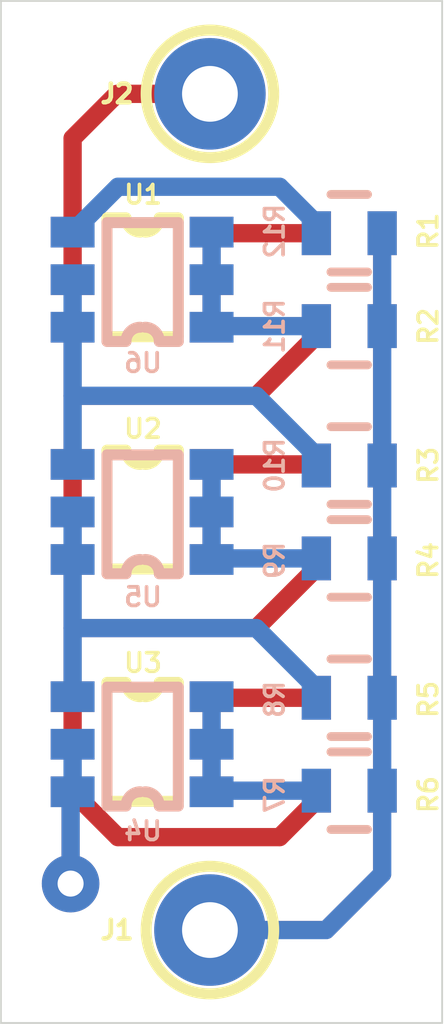
<source format=kicad_pcb>
(kicad_pcb (version 20171130) (host pcbnew "(5.1.5)-3")

  (general
    (thickness 1.6)
    (drawings 4)
    (tracks 81)
    (zones 0)
    (modules 21)
    (nets 15)
  )

  (page A4)
  (layers
    (0 F.Cu signal)
    (31 B.Cu signal)
    (32 B.Adhes user)
    (33 F.Adhes user)
    (34 B.Paste user)
    (35 F.Paste user)
    (36 B.SilkS user)
    (37 F.SilkS user)
    (38 B.Mask user)
    (39 F.Mask user)
    (40 Dwgs.User user)
    (41 Cmts.User user)
    (42 Eco1.User user)
    (43 Eco2.User user)
    (44 Edge.Cuts user)
    (45 Margin user)
    (46 B.CrtYd user)
    (47 F.CrtYd user)
    (48 B.Fab user)
    (49 F.Fab user)
  )

  (setup
    (last_trace_width 0.25)
    (trace_clearance 0.2)
    (zone_clearance 0.508)
    (zone_45_only no)
    (trace_min 0.2)
    (via_size 0.6)
    (via_drill 0.4)
    (via_min_size 0.4)
    (via_min_drill 0.3)
    (uvia_size 0.3)
    (uvia_drill 0.1)
    (uvias_allowed no)
    (uvia_min_size 0.2)
    (uvia_min_drill 0.1)
    (edge_width 0.0254)
    (segment_width 0.2)
    (pcb_text_width 0.3)
    (pcb_text_size 1.5 1.5)
    (mod_edge_width 0.15)
    (mod_text_size 1 1)
    (mod_text_width 0.15)
    (pad_size 0.7874 0.7874)
    (pad_drill 0.3556)
    (pad_to_mask_clearance 0.2)
    (aux_axis_origin 0 0)
    (visible_elements 7FFFFF7F)
    (pcbplotparams
      (layerselection 0x010f0_ffffffff)
      (usegerberextensions false)
      (usegerberattributes false)
      (usegerberadvancedattributes false)
      (creategerberjobfile false)
      (excludeedgelayer true)
      (linewidth 0.100000)
      (plotframeref false)
      (viasonmask false)
      (mode 1)
      (useauxorigin false)
      (hpglpennumber 1)
      (hpglpenspeed 20)
      (hpglpendiameter 15.000000)
      (psnegative false)
      (psa4output false)
      (plotreference true)
      (plotvalue true)
      (plotinvisibletext false)
      (padsonsilk false)
      (subtractmaskfromsilk false)
      (outputformat 1)
      (mirror false)
      (drillshape 0)
      (scaleselection 1)
      (outputdirectory "gerbers"))
  )

  (net 0 "")
  (net 1 "Net-(J1-Pad1)")
  (net 2 "Net-(J2-Pad1)")
  (net 3 "Net-(R1-Pad2)")
  (net 4 "Net-(R2-Pad2)")
  (net 5 "Net-(R3-Pad2)")
  (net 6 "Net-(R4-Pad2)")
  (net 7 "Net-(R5-Pad2)")
  (net 8 "Net-(R6-Pad2)")
  (net 9 "Net-(R7-Pad2)")
  (net 10 "Net-(R8-Pad2)")
  (net 11 "Net-(R9-Pad2)")
  (net 12 "Net-(R10-Pad2)")
  (net 13 "Net-(R11-Pad2)")
  (net 14 "Net-(R12-Pad2)")

  (net_class Default "This is the default net class."
    (clearance 0.2)
    (trace_width 0.25)
    (via_dia 0.6)
    (via_drill 0.4)
    (uvia_dia 0.3)
    (uvia_drill 0.1)
    (add_net "Net-(J1-Pad1)")
    (add_net "Net-(J2-Pad1)")
    (add_net "Net-(R1-Pad2)")
    (add_net "Net-(R10-Pad2)")
    (add_net "Net-(R11-Pad2)")
    (add_net "Net-(R12-Pad2)")
    (add_net "Net-(R2-Pad2)")
    (add_net "Net-(R3-Pad2)")
    (add_net "Net-(R4-Pad2)")
    (add_net "Net-(R5-Pad2)")
    (add_net "Net-(R6-Pad2)")
    (add_net "Net-(R7-Pad2)")
    (add_net "Net-(R8-Pad2)")
    (add_net "Net-(R9-Pad2)")
  )

  (module Atari_Varistor:DiodeArray (layer F.Cu) (tedit 5D040AC7) (tstamp 5FCC7AA8)
    (at 15.1765 18.9865 270)
    (path /5D03F404)
    (fp_text reference U1 (at -1.1625 -0.0375) (layer F.SilkS)
      (effects (font (size 0.254 0.254) (thickness 0.0508)))
    )
    (fp_text value "DIODE ARRAY GP 75V 215MA SOT363" (at 0 1.625 270) (layer F.Fab) hide
      (effects (font (size 0.3 0.3) (thickness 0.05)))
    )
    (fp_line (start -0.845 0.195) (end -0.845 0.455) (layer F.SilkS) (width 0.15))
    (fp_line (start -0.845 -0.52) (end -0.845 -0.26) (layer F.SilkS) (width 0.15))
    (fp_arc (start -0.845 0) (end -0.65 0) (angle 90) (layer F.SilkS) (width 0.15))
    (fp_arc (start -0.845 -0.065) (end -0.845 -0.26) (angle 90) (layer F.SilkS) (width 0.15))
    (fp_line (start -0.845 -0.52) (end 0.78 -0.52) (layer F.SilkS) (width 0.15))
    (fp_line (start 0.78 -0.52) (end 0.78 0.455) (layer F.SilkS) (width 0.15))
    (fp_line (start 0.78 0.455) (end -0.845 0.455) (layer F.SilkS) (width 0.15))
    (pad 1 smd rect (at -0.65 0.925 270) (size 0.42 0.6) (layers F.Cu F.Paste F.Mask)
      (net 2 "Net-(J2-Pad1)"))
    (pad 2 smd rect (at 0 0.925 270) (size 0.42 0.6) (layers F.Cu F.Paste F.Mask)
      (net 2 "Net-(J2-Pad1)"))
    (pad 3 smd rect (at 0.65 0.925 270) (size 0.42 0.6) (layers F.Cu F.Paste F.Mask)
      (net 4 "Net-(R2-Pad2)"))
    (pad 4 smd rect (at 0.65 -0.975 270) (size 0.42 0.6) (layers F.Cu F.Paste F.Mask)
      (net 3 "Net-(R1-Pad2)"))
    (pad 5 smd rect (at 0 -0.975 270) (size 0.42 0.6) (layers F.Cu F.Paste F.Mask)
      (net 3 "Net-(R1-Pad2)"))
    (pad 6 smd rect (at -0.65 -0.975 270) (size 0.42 0.6) (layers F.Cu F.Paste F.Mask)
      (net 3 "Net-(R1-Pad2)"))
  )

  (module Atari_Varistor:DiodeArray (layer B.Cu) (tedit 5D040AB0) (tstamp 5FCC7A78)
    (at 15.1765 18.9865 90)
    (path /5D03F98F)
    (fp_text reference U6 (at -1.1375 0.0375 180) (layer B.SilkS)
      (effects (font (size 0.254 0.254) (thickness 0.0508)) (justify mirror))
    )
    (fp_text value "DIODE ARRAY GP 75V 215MA SOT363" (at 0 -1.625 90) (layer B.Fab) hide
      (effects (font (size 0.3 0.3) (thickness 0.05)) (justify mirror))
    )
    (fp_line (start -0.845 -0.195) (end -0.845 -0.455) (layer B.SilkS) (width 0.15))
    (fp_line (start -0.845 0.52) (end -0.845 0.26) (layer B.SilkS) (width 0.15))
    (fp_arc (start -0.845 0) (end -0.65 0) (angle -90) (layer B.SilkS) (width 0.15))
    (fp_arc (start -0.845 0.065) (end -0.845 0.26) (angle -90) (layer B.SilkS) (width 0.15))
    (fp_line (start -0.845 0.52) (end 0.78 0.52) (layer B.SilkS) (width 0.15))
    (fp_line (start 0.78 0.52) (end 0.78 -0.455) (layer B.SilkS) (width 0.15))
    (fp_line (start 0.78 -0.455) (end -0.845 -0.455) (layer B.SilkS) (width 0.15))
    (pad 1 smd rect (at -0.65 -0.925 90) (size 0.42 0.6) (layers B.Cu B.Paste B.Mask)
      (net 12 "Net-(R10-Pad2)"))
    (pad 2 smd rect (at 0 -0.925 90) (size 0.42 0.6) (layers B.Cu B.Paste B.Mask)
      (net 12 "Net-(R10-Pad2)"))
    (pad 3 smd rect (at 0.65 -0.925 90) (size 0.42 0.6) (layers B.Cu B.Paste B.Mask)
      (net 14 "Net-(R12-Pad2)"))
    (pad 4 smd rect (at 0.65 0.975 90) (size 0.42 0.6) (layers B.Cu B.Paste B.Mask)
      (net 13 "Net-(R11-Pad2)"))
    (pad 5 smd rect (at 0 0.975 90) (size 0.42 0.6) (layers B.Cu B.Paste B.Mask)
      (net 13 "Net-(R11-Pad2)"))
    (pad 6 smd rect (at -0.65 0.975 90) (size 0.42 0.6) (layers B.Cu B.Paste B.Mask)
      (net 13 "Net-(R11-Pad2)"))
  )

  (module Atari_Varistor:DiodeArray (layer B.Cu) (tedit 5D040ABC) (tstamp 5FCC7BC8)
    (at 15.1765 22.1615 90)
    (path /5D03F989)
    (fp_text reference U5 (at -1.1625 0.0375 180) (layer B.SilkS)
      (effects (font (size 0.254 0.254) (thickness 0.0508)) (justify mirror))
    )
    (fp_text value "DIODE ARRAY GP 75V 215MA SOT363" (at 0 -1.625 90) (layer B.Fab) hide
      (effects (font (size 0.3 0.3) (thickness 0.05)) (justify mirror))
    )
    (fp_line (start -0.845 -0.195) (end -0.845 -0.455) (layer B.SilkS) (width 0.15))
    (fp_line (start -0.845 0.52) (end -0.845 0.26) (layer B.SilkS) (width 0.15))
    (fp_arc (start -0.845 0) (end -0.65 0) (angle -90) (layer B.SilkS) (width 0.15))
    (fp_arc (start -0.845 0.065) (end -0.845 0.26) (angle -90) (layer B.SilkS) (width 0.15))
    (fp_line (start -0.845 0.52) (end 0.78 0.52) (layer B.SilkS) (width 0.15))
    (fp_line (start 0.78 0.52) (end 0.78 -0.455) (layer B.SilkS) (width 0.15))
    (fp_line (start 0.78 -0.455) (end -0.845 -0.455) (layer B.SilkS) (width 0.15))
    (pad 1 smd rect (at -0.65 -0.925 90) (size 0.42 0.6) (layers B.Cu B.Paste B.Mask)
      (net 10 "Net-(R8-Pad2)"))
    (pad 2 smd rect (at 0 -0.925 90) (size 0.42 0.6) (layers B.Cu B.Paste B.Mask)
      (net 10 "Net-(R8-Pad2)"))
    (pad 3 smd rect (at 0.65 -0.925 90) (size 0.42 0.6) (layers B.Cu B.Paste B.Mask)
      (net 12 "Net-(R10-Pad2)"))
    (pad 4 smd rect (at 0.65 0.975 90) (size 0.42 0.6) (layers B.Cu B.Paste B.Mask)
      (net 11 "Net-(R9-Pad2)"))
    (pad 5 smd rect (at 0 0.975 90) (size 0.42 0.6) (layers B.Cu B.Paste B.Mask)
      (net 11 "Net-(R9-Pad2)"))
    (pad 6 smd rect (at -0.65 0.975 90) (size 0.42 0.6) (layers B.Cu B.Paste B.Mask)
      (net 11 "Net-(R9-Pad2)"))
  )

  (module Atari_Varistor:DiodeArray (layer F.Cu) (tedit 5D040AB8) (tstamp 5FCC7B68)
    (at 15.1765 22.1615 270)
    (path /5D03F4E0)
    (fp_text reference U2 (at -1.1375 -0.0375) (layer F.SilkS)
      (effects (font (size 0.254 0.254) (thickness 0.0508)))
    )
    (fp_text value "DIODE ARRAY GP 75V 215MA SOT363" (at 0 1.625 270) (layer F.Fab) hide
      (effects (font (size 0.3 0.3) (thickness 0.05)))
    )
    (fp_line (start -0.845 0.195) (end -0.845 0.455) (layer F.SilkS) (width 0.15))
    (fp_line (start -0.845 -0.52) (end -0.845 -0.26) (layer F.SilkS) (width 0.15))
    (fp_arc (start -0.845 0) (end -0.65 0) (angle 90) (layer F.SilkS) (width 0.15))
    (fp_arc (start -0.845 -0.065) (end -0.845 -0.26) (angle 90) (layer F.SilkS) (width 0.15))
    (fp_line (start -0.845 -0.52) (end 0.78 -0.52) (layer F.SilkS) (width 0.15))
    (fp_line (start 0.78 -0.52) (end 0.78 0.455) (layer F.SilkS) (width 0.15))
    (fp_line (start 0.78 0.455) (end -0.845 0.455) (layer F.SilkS) (width 0.15))
    (pad 1 smd rect (at -0.65 0.925 270) (size 0.42 0.6) (layers F.Cu F.Paste F.Mask)
      (net 4 "Net-(R2-Pad2)"))
    (pad 2 smd rect (at 0 0.925 270) (size 0.42 0.6) (layers F.Cu F.Paste F.Mask)
      (net 4 "Net-(R2-Pad2)"))
    (pad 3 smd rect (at 0.65 0.925 270) (size 0.42 0.6) (layers F.Cu F.Paste F.Mask)
      (net 6 "Net-(R4-Pad2)"))
    (pad 4 smd rect (at 0.65 -0.975 270) (size 0.42 0.6) (layers F.Cu F.Paste F.Mask)
      (net 5 "Net-(R3-Pad2)"))
    (pad 5 smd rect (at 0 -0.975 270) (size 0.42 0.6) (layers F.Cu F.Paste F.Mask)
      (net 5 "Net-(R3-Pad2)"))
    (pad 6 smd rect (at -0.65 -0.975 270) (size 0.42 0.6) (layers F.Cu F.Paste F.Mask)
      (net 5 "Net-(R3-Pad2)"))
  )

  (module Atari_Varistor:DiodeArray (layer B.Cu) (tedit 5D040AC2) (tstamp 5FCC7D72)
    (at 15.1765 25.3365 90)
    (path /5D03F629)
    (fp_text reference U4 (at -1.1875 0.0375) (layer B.SilkS)
      (effects (font (size 0.254 0.254) (thickness 0.0508)) (justify mirror))
    )
    (fp_text value "DIODE ARRAY GP 75V 215MA SOT363" (at 0 -1.625 90) (layer B.Fab) hide
      (effects (font (size 0.3 0.3) (thickness 0.05)) (justify mirror))
    )
    (fp_line (start -0.845 -0.195) (end -0.845 -0.455) (layer B.SilkS) (width 0.15))
    (fp_line (start -0.845 0.52) (end -0.845 0.26) (layer B.SilkS) (width 0.15))
    (fp_arc (start -0.845 0) (end -0.65 0) (angle -90) (layer B.SilkS) (width 0.15))
    (fp_arc (start -0.845 0.065) (end -0.845 0.26) (angle -90) (layer B.SilkS) (width 0.15))
    (fp_line (start -0.845 0.52) (end 0.78 0.52) (layer B.SilkS) (width 0.15))
    (fp_line (start 0.78 0.52) (end 0.78 -0.455) (layer B.SilkS) (width 0.15))
    (fp_line (start 0.78 -0.455) (end -0.845 -0.455) (layer B.SilkS) (width 0.15))
    (pad 1 smd rect (at -0.65 -0.925 90) (size 0.42 0.6) (layers B.Cu B.Paste B.Mask)
      (net 8 "Net-(R6-Pad2)"))
    (pad 2 smd rect (at 0 -0.925 90) (size 0.42 0.6) (layers B.Cu B.Paste B.Mask)
      (net 8 "Net-(R6-Pad2)"))
    (pad 3 smd rect (at 0.65 -0.925 90) (size 0.42 0.6) (layers B.Cu B.Paste B.Mask)
      (net 10 "Net-(R8-Pad2)"))
    (pad 4 smd rect (at 0.65 0.975 90) (size 0.42 0.6) (layers B.Cu B.Paste B.Mask)
      (net 9 "Net-(R7-Pad2)"))
    (pad 5 smd rect (at 0 0.975 90) (size 0.42 0.6) (layers B.Cu B.Paste B.Mask)
      (net 9 "Net-(R7-Pad2)"))
    (pad 6 smd rect (at -0.65 0.975 90) (size 0.42 0.6) (layers B.Cu B.Paste B.Mask)
      (net 9 "Net-(R7-Pad2)"))
  )

  (module Atari_Varistor:DiodeArray (layer F.Cu) (tedit 5D040ABF) (tstamp 5FCC7D42)
    (at 15.1765 25.3365 270)
    (path /5D03F623)
    (fp_text reference U3 (at -1.1125 -0.0375) (layer F.SilkS)
      (effects (font (size 0.254 0.254) (thickness 0.0508)))
    )
    (fp_text value "DIODE ARRAY GP 75V 215MA SOT363" (at 0 1.625 270) (layer F.Fab) hide
      (effects (font (size 0.3 0.3) (thickness 0.05)))
    )
    (fp_line (start -0.845 0.195) (end -0.845 0.455) (layer F.SilkS) (width 0.15))
    (fp_line (start -0.845 -0.52) (end -0.845 -0.26) (layer F.SilkS) (width 0.15))
    (fp_arc (start -0.845 0) (end -0.65 0) (angle 90) (layer F.SilkS) (width 0.15))
    (fp_arc (start -0.845 -0.065) (end -0.845 -0.26) (angle 90) (layer F.SilkS) (width 0.15))
    (fp_line (start -0.845 -0.52) (end 0.78 -0.52) (layer F.SilkS) (width 0.15))
    (fp_line (start 0.78 -0.52) (end 0.78 0.455) (layer F.SilkS) (width 0.15))
    (fp_line (start 0.78 0.455) (end -0.845 0.455) (layer F.SilkS) (width 0.15))
    (pad 1 smd rect (at -0.65 0.925 270) (size 0.42 0.6) (layers F.Cu F.Paste F.Mask)
      (net 6 "Net-(R4-Pad2)"))
    (pad 2 smd rect (at 0 0.925 270) (size 0.42 0.6) (layers F.Cu F.Paste F.Mask)
      (net 6 "Net-(R4-Pad2)"))
    (pad 3 smd rect (at 0.65 0.925 270) (size 0.42 0.6) (layers F.Cu F.Paste F.Mask)
      (net 8 "Net-(R6-Pad2)"))
    (pad 4 smd rect (at 0.65 -0.975 270) (size 0.42 0.6) (layers F.Cu F.Paste F.Mask)
      (net 7 "Net-(R5-Pad2)"))
    (pad 5 smd rect (at 0 -0.975 270) (size 0.42 0.6) (layers F.Cu F.Paste F.Mask)
      (net 7 "Net-(R5-Pad2)"))
    (pad 6 smd rect (at -0.65 -0.975 270) (size 0.42 0.6) (layers F.Cu F.Paste F.Mask)
      (net 7 "Net-(R5-Pad2)"))
  )

  (module Resistors_SMD:R_0402 (layer F.Cu) (tedit 5D040AFB) (tstamp 5FCC7E92)
    (at 18.034 21.5265 180)
    (descr "Resistor SMD 0402, reflow soldering, Vishay (see dcrcw.pdf)")
    (tags "resistor 0402")
    (path /5D03FAEE)
    (attr smd)
    (fp_text reference R3 (at -1.08 0.0025 270) (layer F.SilkS)
      (effects (font (size 0.254 0.254) (thickness 0.0508)))
    )
    (fp_text value OPEN (at 0 1.45 180) (layer F.Fab) hide
      (effects (font (size 1 1) (thickness 0.15)))
    )
    (fp_text user %R (at 0 -1.35 180) (layer F.Fab) hide
      (effects (font (size 1 1) (thickness 0.15)))
    )
    (fp_line (start -0.5 0.25) (end -0.5 -0.25) (layer F.Fab) (width 0.1))
    (fp_line (start 0.5 0.25) (end -0.5 0.25) (layer F.Fab) (width 0.1))
    (fp_line (start 0.5 -0.25) (end 0.5 0.25) (layer F.Fab) (width 0.1))
    (fp_line (start -0.5 -0.25) (end 0.5 -0.25) (layer F.Fab) (width 0.1))
    (fp_line (start 0.25 -0.53) (end -0.25 -0.53) (layer F.SilkS) (width 0.12))
    (fp_line (start -0.25 0.53) (end 0.25 0.53) (layer F.SilkS) (width 0.12))
    (fp_line (start -0.8 -0.45) (end 0.8 -0.45) (layer F.CrtYd) (width 0.05))
    (fp_line (start -0.8 -0.45) (end -0.8 0.45) (layer F.CrtYd) (width 0.05))
    (fp_line (start 0.8 0.45) (end 0.8 -0.45) (layer F.CrtYd) (width 0.05))
    (fp_line (start 0.8 0.45) (end -0.8 0.45) (layer F.CrtYd) (width 0.05))
    (pad 1 smd rect (at -0.45 0 180) (size 0.4 0.6) (layers F.Cu F.Paste F.Mask)
      (net 1 "Net-(J1-Pad1)"))
    (pad 2 smd rect (at 0.45 0 180) (size 0.4 0.6) (layers F.Cu F.Paste F.Mask)
      (net 5 "Net-(R3-Pad2)"))
    (model ${KISYS3DMOD}/Resistors_SMD.3dshapes/R_0402.wrl
      (at (xyz 0 0 0))
      (scale (xyz 1 1 1))
      (rotate (xyz 0 0 0))
    )
  )

  (module Resistors_SMD:R_0402 (layer B.Cu) (tedit 5D040E64) (tstamp 5FCC7E32)
    (at 18.034 25.9715 180)
    (descr "Resistor SMD 0402, reflow soldering, Vishay (see dcrcw.pdf)")
    (tags "resistor 0402")
    (path /5D03FC12)
    (attr smd)
    (fp_text reference R7 (at 1.02 -0.0525 270) (layer B.SilkS)
      (effects (font (size 0.254 0.254) (thickness 0.0508)) (justify mirror))
    )
    (fp_text value 10K (at 0 -1.45 180) (layer B.Fab) hide
      (effects (font (size 1 1) (thickness 0.15)) (justify mirror))
    )
    (fp_text user %R (at 0 1.35 180) (layer B.Fab) hide
      (effects (font (size 1 1) (thickness 0.15)) (justify mirror))
    )
    (fp_line (start -0.5 -0.25) (end -0.5 0.25) (layer B.Fab) (width 0.1))
    (fp_line (start 0.5 -0.25) (end -0.5 -0.25) (layer B.Fab) (width 0.1))
    (fp_line (start 0.5 0.25) (end 0.5 -0.25) (layer B.Fab) (width 0.1))
    (fp_line (start -0.5 0.25) (end 0.5 0.25) (layer B.Fab) (width 0.1))
    (fp_line (start 0.25 0.53) (end -0.25 0.53) (layer B.SilkS) (width 0.12))
    (fp_line (start -0.25 -0.53) (end 0.25 -0.53) (layer B.SilkS) (width 0.12))
    (fp_line (start -0.8 0.45) (end 0.8 0.45) (layer B.CrtYd) (width 0.05))
    (fp_line (start -0.8 0.45) (end -0.8 -0.45) (layer B.CrtYd) (width 0.05))
    (fp_line (start 0.8 -0.45) (end 0.8 0.45) (layer B.CrtYd) (width 0.05))
    (fp_line (start 0.8 -0.45) (end -0.8 -0.45) (layer B.CrtYd) (width 0.05))
    (pad 1 smd rect (at -0.45 0 180) (size 0.4 0.6) (layers B.Cu B.Paste B.Mask)
      (net 1 "Net-(J1-Pad1)"))
    (pad 2 smd rect (at 0.45 0 180) (size 0.4 0.6) (layers B.Cu B.Paste B.Mask)
      (net 9 "Net-(R7-Pad2)"))
    (model ${KISYS3DMOD}/Resistors_SMD.3dshapes/R_0402.wrl
      (at (xyz 0 0 0))
      (scale (xyz 1 1 1))
      (rotate (xyz 0 0 0))
    )
  )

  (module Resistors_SMD:R_0402 (layer B.Cu) (tedit 5D040BBF) (tstamp 5FCC7E62)
    (at 18.034 24.7015 180)
    (descr "Resistor SMD 0402, reflow soldering, Vishay (see dcrcw.pdf)")
    (tags "resistor 0402")
    (path /5D03FC47)
    (attr smd)
    (fp_text reference R8 (at 1.02 -0.0225 270) (layer B.SilkS)
      (effects (font (size 0.254 0.254) (thickness 0.0508)) (justify mirror))
    )
    (fp_text value 5.6k (at 0 -1.45 180) (layer B.Fab) hide
      (effects (font (size 1 1) (thickness 0.15)) (justify mirror))
    )
    (fp_text user %R (at 0 1.35 180) (layer B.Fab) hide
      (effects (font (size 1 1) (thickness 0.15)) (justify mirror))
    )
    (fp_line (start -0.5 -0.25) (end -0.5 0.25) (layer B.Fab) (width 0.1))
    (fp_line (start 0.5 -0.25) (end -0.5 -0.25) (layer B.Fab) (width 0.1))
    (fp_line (start 0.5 0.25) (end 0.5 -0.25) (layer B.Fab) (width 0.1))
    (fp_line (start -0.5 0.25) (end 0.5 0.25) (layer B.Fab) (width 0.1))
    (fp_line (start 0.25 0.53) (end -0.25 0.53) (layer B.SilkS) (width 0.12))
    (fp_line (start -0.25 -0.53) (end 0.25 -0.53) (layer B.SilkS) (width 0.12))
    (fp_line (start -0.8 0.45) (end 0.8 0.45) (layer B.CrtYd) (width 0.05))
    (fp_line (start -0.8 0.45) (end -0.8 -0.45) (layer B.CrtYd) (width 0.05))
    (fp_line (start 0.8 -0.45) (end 0.8 0.45) (layer B.CrtYd) (width 0.05))
    (fp_line (start 0.8 -0.45) (end -0.8 -0.45) (layer B.CrtYd) (width 0.05))
    (pad 1 smd rect (at -0.45 0 180) (size 0.4 0.6) (layers B.Cu B.Paste B.Mask)
      (net 1 "Net-(J1-Pad1)"))
    (pad 2 smd rect (at 0.45 0 180) (size 0.4 0.6) (layers B.Cu B.Paste B.Mask)
      (net 10 "Net-(R8-Pad2)"))
    (model ${KISYS3DMOD}/Resistors_SMD.3dshapes/R_0402.wrl
      (at (xyz 0 0 0))
      (scale (xyz 1 1 1))
      (rotate (xyz 0 0 0))
    )
  )

  (module Resistors_SMD:R_0402 (layer B.Cu) (tedit 5D040BB3) (tstamp 5FCC7E02)
    (at 18.034 22.7965 180)
    (descr "Resistor SMD 0402, reflow soldering, Vishay (see dcrcw.pdf)")
    (tags "resistor 0402")
    (path /5D03FBDF)
    (attr smd)
    (fp_text reference R9 (at 1.02 -0.0275 270) (layer B.SilkS)
      (effects (font (size 0.254 0.254) (thickness 0.0508)) (justify mirror))
    )
    (fp_text value 5.6k (at 0 -1.45 180) (layer B.Fab) hide
      (effects (font (size 1 1) (thickness 0.15)) (justify mirror))
    )
    (fp_text user %R (at 0 1.35 180) (layer B.Fab) hide
      (effects (font (size 1 1) (thickness 0.15)) (justify mirror))
    )
    (fp_line (start -0.5 -0.25) (end -0.5 0.25) (layer B.Fab) (width 0.1))
    (fp_line (start 0.5 -0.25) (end -0.5 -0.25) (layer B.Fab) (width 0.1))
    (fp_line (start 0.5 0.25) (end 0.5 -0.25) (layer B.Fab) (width 0.1))
    (fp_line (start -0.5 0.25) (end 0.5 0.25) (layer B.Fab) (width 0.1))
    (fp_line (start 0.25 0.53) (end -0.25 0.53) (layer B.SilkS) (width 0.12))
    (fp_line (start -0.25 -0.53) (end 0.25 -0.53) (layer B.SilkS) (width 0.12))
    (fp_line (start -0.8 0.45) (end 0.8 0.45) (layer B.CrtYd) (width 0.05))
    (fp_line (start -0.8 0.45) (end -0.8 -0.45) (layer B.CrtYd) (width 0.05))
    (fp_line (start 0.8 -0.45) (end 0.8 0.45) (layer B.CrtYd) (width 0.05))
    (fp_line (start 0.8 -0.45) (end -0.8 -0.45) (layer B.CrtYd) (width 0.05))
    (pad 1 smd rect (at -0.45 0 180) (size 0.4 0.6) (layers B.Cu B.Paste B.Mask)
      (net 1 "Net-(J1-Pad1)"))
    (pad 2 smd rect (at 0.45 0 180) (size 0.4 0.6) (layers B.Cu B.Paste B.Mask)
      (net 11 "Net-(R9-Pad2)"))
    (model ${KISYS3DMOD}/Resistors_SMD.3dshapes/R_0402.wrl
      (at (xyz 0 0 0))
      (scale (xyz 1 1 1))
      (rotate (xyz 0 0 0))
    )
  )

  (module Resistors_SMD:R_0402 (layer B.Cu) (tedit 5D040AAD) (tstamp 5FCC7DD2)
    (at 18.034 19.6215 180)
    (descr "Resistor SMD 0402, reflow soldering, Vishay (see dcrcw.pdf)")
    (tags "resistor 0402")
    (path /5D03FAA2)
    (attr smd)
    (fp_text reference R11 (at 1.02 -0.0025 270) (layer B.SilkS)
      (effects (font (size 0.254 0.254) (thickness 0.0508)) (justify mirror))
    )
    (fp_text value 5.6k (at 0 -1.45 180) (layer B.Fab) hide
      (effects (font (size 1 1) (thickness 0.15)) (justify mirror))
    )
    (fp_text user %R (at 0 1.35 180) (layer B.Fab) hide
      (effects (font (size 1 1) (thickness 0.15)) (justify mirror))
    )
    (fp_line (start -0.5 -0.25) (end -0.5 0.25) (layer B.Fab) (width 0.1))
    (fp_line (start 0.5 -0.25) (end -0.5 -0.25) (layer B.Fab) (width 0.1))
    (fp_line (start 0.5 0.25) (end 0.5 -0.25) (layer B.Fab) (width 0.1))
    (fp_line (start -0.5 0.25) (end 0.5 0.25) (layer B.Fab) (width 0.1))
    (fp_line (start 0.25 0.53) (end -0.25 0.53) (layer B.SilkS) (width 0.12))
    (fp_line (start -0.25 -0.53) (end 0.25 -0.53) (layer B.SilkS) (width 0.12))
    (fp_line (start -0.8 0.45) (end 0.8 0.45) (layer B.CrtYd) (width 0.05))
    (fp_line (start -0.8 0.45) (end -0.8 -0.45) (layer B.CrtYd) (width 0.05))
    (fp_line (start 0.8 -0.45) (end 0.8 0.45) (layer B.CrtYd) (width 0.05))
    (fp_line (start 0.8 -0.45) (end -0.8 -0.45) (layer B.CrtYd) (width 0.05))
    (pad 1 smd rect (at -0.45 0 180) (size 0.4 0.6) (layers B.Cu B.Paste B.Mask)
      (net 1 "Net-(J1-Pad1)"))
    (pad 2 smd rect (at 0.45 0 180) (size 0.4 0.6) (layers B.Cu B.Paste B.Mask)
      (net 13 "Net-(R11-Pad2)"))
    (model ${KISYS3DMOD}/Resistors_SMD.3dshapes/R_0402.wrl
      (at (xyz 0 0 0))
      (scale (xyz 1 1 1))
      (rotate (xyz 0 0 0))
    )
  )

  (module Resistors_SMD:R_0402 (layer B.Cu) (tedit 5D040BB0) (tstamp 5FCC7DA2)
    (at 18.034 21.5265 180)
    (descr "Resistor SMD 0402, reflow soldering, Vishay (see dcrcw.pdf)")
    (tags "resistor 0402")
    (path /5D03FC7E)
    (attr smd)
    (fp_text reference R10 (at 1.02 0.0025 270) (layer B.SilkS)
      (effects (font (size 0.254 0.254) (thickness 0.0508)) (justify mirror))
    )
    (fp_text value 5.6k (at 0 -1.45 180) (layer B.Fab) hide
      (effects (font (size 1 1) (thickness 0.15)) (justify mirror))
    )
    (fp_text user %R (at 0 1.35 180) (layer B.Fab) hide
      (effects (font (size 1 1) (thickness 0.15)) (justify mirror))
    )
    (fp_line (start -0.5 -0.25) (end -0.5 0.25) (layer B.Fab) (width 0.1))
    (fp_line (start 0.5 -0.25) (end -0.5 -0.25) (layer B.Fab) (width 0.1))
    (fp_line (start 0.5 0.25) (end 0.5 -0.25) (layer B.Fab) (width 0.1))
    (fp_line (start -0.5 0.25) (end 0.5 0.25) (layer B.Fab) (width 0.1))
    (fp_line (start 0.25 0.53) (end -0.25 0.53) (layer B.SilkS) (width 0.12))
    (fp_line (start -0.25 -0.53) (end 0.25 -0.53) (layer B.SilkS) (width 0.12))
    (fp_line (start -0.8 0.45) (end 0.8 0.45) (layer B.CrtYd) (width 0.05))
    (fp_line (start -0.8 0.45) (end -0.8 -0.45) (layer B.CrtYd) (width 0.05))
    (fp_line (start 0.8 -0.45) (end 0.8 0.45) (layer B.CrtYd) (width 0.05))
    (fp_line (start 0.8 -0.45) (end -0.8 -0.45) (layer B.CrtYd) (width 0.05))
    (pad 1 smd rect (at -0.45 0 180) (size 0.4 0.6) (layers B.Cu B.Paste B.Mask)
      (net 1 "Net-(J1-Pad1)"))
    (pad 2 smd rect (at 0.45 0 180) (size 0.4 0.6) (layers B.Cu B.Paste B.Mask)
      (net 12 "Net-(R10-Pad2)"))
    (model ${KISYS3DMOD}/Resistors_SMD.3dshapes/R_0402.wrl
      (at (xyz 0 0 0))
      (scale (xyz 1 1 1))
      (rotate (xyz 0 0 0))
    )
  )

  (module Resistors_SMD:R_0402 (layer F.Cu) (tedit 5D040F24) (tstamp 5FCC7B08)
    (at 18.034 25.9715 180)
    (descr "Resistor SMD 0402, reflow soldering, Vishay (see dcrcw.pdf)")
    (tags "resistor 0402")
    (path /5D03FBAE)
    (attr smd)
    (fp_text reference R6 (at -1.08 -0.0525 270) (layer F.SilkS)
      (effects (font (size 0.254 0.254) (thickness 0.0508)))
    )
    (fp_text value 10K (at 0 1.45 180) (layer F.Fab) hide
      (effects (font (size 1 1) (thickness 0.15)))
    )
    (fp_text user %R (at 0 -1.35 180) (layer F.Fab) hide
      (effects (font (size 1 1) (thickness 0.15)))
    )
    (fp_line (start -0.5 0.25) (end -0.5 -0.25) (layer F.Fab) (width 0.1))
    (fp_line (start 0.5 0.25) (end -0.5 0.25) (layer F.Fab) (width 0.1))
    (fp_line (start 0.5 -0.25) (end 0.5 0.25) (layer F.Fab) (width 0.1))
    (fp_line (start -0.5 -0.25) (end 0.5 -0.25) (layer F.Fab) (width 0.1))
    (fp_line (start 0.25 -0.53) (end -0.25 -0.53) (layer F.SilkS) (width 0.12))
    (fp_line (start -0.25 0.53) (end 0.25 0.53) (layer F.SilkS) (width 0.12))
    (fp_line (start -0.8 -0.45) (end 0.8 -0.45) (layer F.CrtYd) (width 0.05))
    (fp_line (start -0.8 -0.45) (end -0.8 0.45) (layer F.CrtYd) (width 0.05))
    (fp_line (start 0.8 0.45) (end 0.8 -0.45) (layer F.CrtYd) (width 0.05))
    (fp_line (start 0.8 0.45) (end -0.8 0.45) (layer F.CrtYd) (width 0.05))
    (pad 1 smd rect (at -0.45 0 180) (size 0.4 0.6) (layers F.Cu F.Paste F.Mask)
      (net 1 "Net-(J1-Pad1)"))
    (pad 2 smd rect (at 0.45 0 180) (size 0.4 0.6) (layers F.Cu F.Paste F.Mask)
      (net 8 "Net-(R6-Pad2)"))
    (model ${KISYS3DMOD}/Resistors_SMD.3dshapes/R_0402.wrl
      (at (xyz 0 0 0))
      (scale (xyz 1 1 1))
      (rotate (xyz 0 0 0))
    )
  )

  (module Resistors_SMD:R_0402 (layer F.Cu) (tedit 5D040BBB) (tstamp 5FCC7C07)
    (at 18.034 24.7015 180)
    (descr "Resistor SMD 0402, reflow soldering, Vishay (see dcrcw.pdf)")
    (tags "resistor 0402")
    (path /5D03FB7F)
    (attr smd)
    (fp_text reference R5 (at -1.08 -0.0225 270) (layer F.SilkS)
      (effects (font (size 0.254 0.254) (thickness 0.0508)))
    )
    (fp_text value OPEN (at 0 1.45 180) (layer F.Fab) hide
      (effects (font (size 1 1) (thickness 0.15)))
    )
    (fp_text user %R (at 0 -1.35 180) (layer F.Fab) hide
      (effects (font (size 1 1) (thickness 0.15)))
    )
    (fp_line (start -0.5 0.25) (end -0.5 -0.25) (layer F.Fab) (width 0.1))
    (fp_line (start 0.5 0.25) (end -0.5 0.25) (layer F.Fab) (width 0.1))
    (fp_line (start 0.5 -0.25) (end 0.5 0.25) (layer F.Fab) (width 0.1))
    (fp_line (start -0.5 -0.25) (end 0.5 -0.25) (layer F.Fab) (width 0.1))
    (fp_line (start 0.25 -0.53) (end -0.25 -0.53) (layer F.SilkS) (width 0.12))
    (fp_line (start -0.25 0.53) (end 0.25 0.53) (layer F.SilkS) (width 0.12))
    (fp_line (start -0.8 -0.45) (end 0.8 -0.45) (layer F.CrtYd) (width 0.05))
    (fp_line (start -0.8 -0.45) (end -0.8 0.45) (layer F.CrtYd) (width 0.05))
    (fp_line (start 0.8 0.45) (end 0.8 -0.45) (layer F.CrtYd) (width 0.05))
    (fp_line (start 0.8 0.45) (end -0.8 0.45) (layer F.CrtYd) (width 0.05))
    (pad 1 smd rect (at -0.45 0 180) (size 0.4 0.6) (layers F.Cu F.Paste F.Mask)
      (net 1 "Net-(J1-Pad1)"))
    (pad 2 smd rect (at 0.45 0 180) (size 0.4 0.6) (layers F.Cu F.Paste F.Mask)
      (net 7 "Net-(R5-Pad2)"))
    (model ${KISYS3DMOD}/Resistors_SMD.3dshapes/R_0402.wrl
      (at (xyz 0 0 0))
      (scale (xyz 1 1 1))
      (rotate (xyz 0 0 0))
    )
  )

  (module Resistors_SMD:R_0402 (layer F.Cu) (tedit 5D040BB6) (tstamp 5FCC7B98)
    (at 18.034 22.7965 180)
    (descr "Resistor SMD 0402, reflow soldering, Vishay (see dcrcw.pdf)")
    (tags "resistor 0402")
    (path /5D03FB52)
    (attr smd)
    (fp_text reference R4 (at -1.08 -0.0275 270) (layer F.SilkS)
      (effects (font (size 0.254 0.254) (thickness 0.0508)))
    )
    (fp_text value OPEN (at 0 1.45 180) (layer F.Fab) hide
      (effects (font (size 1 1) (thickness 0.15)))
    )
    (fp_text user %R (at 0 -1.35 180) (layer F.Fab) hide
      (effects (font (size 1 1) (thickness 0.15)))
    )
    (fp_line (start -0.5 0.25) (end -0.5 -0.25) (layer F.Fab) (width 0.1))
    (fp_line (start 0.5 0.25) (end -0.5 0.25) (layer F.Fab) (width 0.1))
    (fp_line (start 0.5 -0.25) (end 0.5 0.25) (layer F.Fab) (width 0.1))
    (fp_line (start -0.5 -0.25) (end 0.5 -0.25) (layer F.Fab) (width 0.1))
    (fp_line (start 0.25 -0.53) (end -0.25 -0.53) (layer F.SilkS) (width 0.12))
    (fp_line (start -0.25 0.53) (end 0.25 0.53) (layer F.SilkS) (width 0.12))
    (fp_line (start -0.8 -0.45) (end 0.8 -0.45) (layer F.CrtYd) (width 0.05))
    (fp_line (start -0.8 -0.45) (end -0.8 0.45) (layer F.CrtYd) (width 0.05))
    (fp_line (start 0.8 0.45) (end 0.8 -0.45) (layer F.CrtYd) (width 0.05))
    (fp_line (start 0.8 0.45) (end -0.8 0.45) (layer F.CrtYd) (width 0.05))
    (pad 1 smd rect (at -0.45 0 180) (size 0.4 0.6) (layers F.Cu F.Paste F.Mask)
      (net 1 "Net-(J1-Pad1)"))
    (pad 2 smd rect (at 0.45 0 180) (size 0.4 0.6) (layers F.Cu F.Paste F.Mask)
      (net 6 "Net-(R4-Pad2)"))
    (model ${KISYS3DMOD}/Resistors_SMD.3dshapes/R_0402.wrl
      (at (xyz 0 0 0))
      (scale (xyz 1 1 1))
      (rotate (xyz 0 0 0))
    )
  )

  (module Resistors_SMD:R_0402 (layer B.Cu) (tedit 5D040ACC) (tstamp 5FCC7B38)
    (at 18.034 18.3515 180)
    (descr "Resistor SMD 0402, reflow soldering, Vishay (see dcrcw.pdf)")
    (tags "resistor 0402")
    (path /5D03FB17)
    (attr smd)
    (fp_text reference R12 (at 1.02 0.0275 270) (layer B.SilkS)
      (effects (font (size 0.254 0.254) (thickness 0.0508)) (justify mirror))
    )
    (fp_text value 2k (at 0 -1.45 180) (layer B.Fab) hide
      (effects (font (size 1 1) (thickness 0.15)) (justify mirror))
    )
    (fp_text user %R (at 0 1.35 180) (layer B.Fab) hide
      (effects (font (size 1 1) (thickness 0.15)) (justify mirror))
    )
    (fp_line (start -0.5 -0.25) (end -0.5 0.25) (layer B.Fab) (width 0.1))
    (fp_line (start 0.5 -0.25) (end -0.5 -0.25) (layer B.Fab) (width 0.1))
    (fp_line (start 0.5 0.25) (end 0.5 -0.25) (layer B.Fab) (width 0.1))
    (fp_line (start -0.5 0.25) (end 0.5 0.25) (layer B.Fab) (width 0.1))
    (fp_line (start 0.25 0.53) (end -0.25 0.53) (layer B.SilkS) (width 0.12))
    (fp_line (start -0.25 -0.53) (end 0.25 -0.53) (layer B.SilkS) (width 0.12))
    (fp_line (start -0.8 0.45) (end 0.8 0.45) (layer B.CrtYd) (width 0.05))
    (fp_line (start -0.8 0.45) (end -0.8 -0.45) (layer B.CrtYd) (width 0.05))
    (fp_line (start 0.8 -0.45) (end 0.8 0.45) (layer B.CrtYd) (width 0.05))
    (fp_line (start 0.8 -0.45) (end -0.8 -0.45) (layer B.CrtYd) (width 0.05))
    (pad 1 smd rect (at -0.45 0 180) (size 0.4 0.6) (layers B.Cu B.Paste B.Mask)
      (net 1 "Net-(J1-Pad1)"))
    (pad 2 smd rect (at 0.45 0 180) (size 0.4 0.6) (layers B.Cu B.Paste B.Mask)
      (net 14 "Net-(R12-Pad2)"))
    (model ${KISYS3DMOD}/Resistors_SMD.3dshapes/R_0402.wrl
      (at (xyz 0 0 0))
      (scale (xyz 1 1 1))
      (rotate (xyz 0 0 0))
    )
  )

  (module Resistors_SMD:R_0402 (layer F.Cu) (tedit 5D040AD8) (tstamp 5FCC7AD8)
    (at 18.034 19.6215 180)
    (descr "Resistor SMD 0402, reflow soldering, Vishay (see dcrcw.pdf)")
    (tags "resistor 0402")
    (path /5D03FA17)
    (attr smd)
    (fp_text reference R2 (at -1.08 -0.0025 270) (layer F.SilkS)
      (effects (font (size 0.254 0.254) (thickness 0.0508)))
    )
    (fp_text value OPEN (at 0 1.45 180) (layer F.Fab) hide
      (effects (font (size 1 1) (thickness 0.15)))
    )
    (fp_text user %R (at 0 -1.35 180) (layer F.Fab) hide
      (effects (font (size 1 1) (thickness 0.15)))
    )
    (fp_line (start -0.5 0.25) (end -0.5 -0.25) (layer F.Fab) (width 0.1))
    (fp_line (start 0.5 0.25) (end -0.5 0.25) (layer F.Fab) (width 0.1))
    (fp_line (start 0.5 -0.25) (end 0.5 0.25) (layer F.Fab) (width 0.1))
    (fp_line (start -0.5 -0.25) (end 0.5 -0.25) (layer F.Fab) (width 0.1))
    (fp_line (start 0.25 -0.53) (end -0.25 -0.53) (layer F.SilkS) (width 0.12))
    (fp_line (start -0.25 0.53) (end 0.25 0.53) (layer F.SilkS) (width 0.12))
    (fp_line (start -0.8 -0.45) (end 0.8 -0.45) (layer F.CrtYd) (width 0.05))
    (fp_line (start -0.8 -0.45) (end -0.8 0.45) (layer F.CrtYd) (width 0.05))
    (fp_line (start 0.8 0.45) (end 0.8 -0.45) (layer F.CrtYd) (width 0.05))
    (fp_line (start 0.8 0.45) (end -0.8 0.45) (layer F.CrtYd) (width 0.05))
    (pad 1 smd rect (at -0.45 0 180) (size 0.4 0.6) (layers F.Cu F.Paste F.Mask)
      (net 1 "Net-(J1-Pad1)"))
    (pad 2 smd rect (at 0.45 0 180) (size 0.4 0.6) (layers F.Cu F.Paste F.Mask)
      (net 4 "Net-(R2-Pad2)"))
    (model ${KISYS3DMOD}/Resistors_SMD.3dshapes/R_0402.wrl
      (at (xyz 0 0 0))
      (scale (xyz 1 1 1))
      (rotate (xyz 0 0 0))
    )
  )

  (module Resistors_SMD:R_0402 (layer F.Cu) (tedit 5D040AD2) (tstamp 5FCC7A48)
    (at 18.034 18.3515 180)
    (descr "Resistor SMD 0402, reflow soldering, Vishay (see dcrcw.pdf)")
    (tags "resistor 0402")
    (path /5D03FAC7)
    (attr smd)
    (fp_text reference R1 (at -1.08 0.0275 270) (layer F.SilkS)
      (effects (font (size 0.254 0.254) (thickness 0.0508)))
    )
    (fp_text value OPEN (at 0 1.45 180) (layer F.Fab) hide
      (effects (font (size 1 1) (thickness 0.15)))
    )
    (fp_text user %R (at 0 -1.35 180) (layer F.Fab) hide
      (effects (font (size 1 1) (thickness 0.15)))
    )
    (fp_line (start -0.5 0.25) (end -0.5 -0.25) (layer F.Fab) (width 0.1))
    (fp_line (start 0.5 0.25) (end -0.5 0.25) (layer F.Fab) (width 0.1))
    (fp_line (start 0.5 -0.25) (end 0.5 0.25) (layer F.Fab) (width 0.1))
    (fp_line (start -0.5 -0.25) (end 0.5 -0.25) (layer F.Fab) (width 0.1))
    (fp_line (start 0.25 -0.53) (end -0.25 -0.53) (layer F.SilkS) (width 0.12))
    (fp_line (start -0.25 0.53) (end 0.25 0.53) (layer F.SilkS) (width 0.12))
    (fp_line (start -0.8 -0.45) (end 0.8 -0.45) (layer F.CrtYd) (width 0.05))
    (fp_line (start -0.8 -0.45) (end -0.8 0.45) (layer F.CrtYd) (width 0.05))
    (fp_line (start 0.8 0.45) (end 0.8 -0.45) (layer F.CrtYd) (width 0.05))
    (fp_line (start 0.8 0.45) (end -0.8 0.45) (layer F.CrtYd) (width 0.05))
    (pad 1 smd rect (at -0.45 0 180) (size 0.4 0.6) (layers F.Cu F.Paste F.Mask)
      (net 1 "Net-(J1-Pad1)"))
    (pad 2 smd rect (at 0.45 0 180) (size 0.4 0.6) (layers F.Cu F.Paste F.Mask)
      (net 3 "Net-(R1-Pad2)"))
    (model ${KISYS3DMOD}/Resistors_SMD.3dshapes/R_0402.wrl
      (at (xyz 0 0 0))
      (scale (xyz 1 1 1))
      (rotate (xyz 0 0 0))
    )
  )

  (module Atari_Varistor:Pin (layer F.Cu) (tedit 5D03FE06) (tstamp 5FCC7BED)
    (at 16.129 27.8765)
    (path /5D0402AD)
    (fp_text reference J1 (at -1.27 0) (layer F.SilkS)
      (effects (font (size 0.254 0.254) (thickness 0.0635)))
    )
    (fp_text value "CONN PC PIN CIRC 0.020DIA GOLD" (at 0 -1.43) (layer F.Fab) hide
      (effects (font (size 0.762 0.762) (thickness 0.1905)))
    )
    (fp_circle (center 0 0) (end 0.78 0.39) (layer F.SilkS) (width 0.15))
    (pad 1 thru_hole circle (at 0 0) (size 1.524 1.524) (drill 0.762) (layers *.Cu *.Mask)
      (net 1 "Net-(J1-Pad1)"))
  )

  (module Atari_Varistor:Pin (layer F.Cu) (tedit 5D03FE02) (tstamp 5FCC7A2E)
    (at 16.129 16.4465)
    (path /5D04021A)
    (fp_text reference J2 (at -1.27 0) (layer F.SilkS)
      (effects (font (size 0.254 0.254) (thickness 0.0635)))
    )
    (fp_text value "CONN PC PIN CIRC 0.020DIA GOLD" (at 0 -1.43) (layer F.Fab) hide
      (effects (font (size 0.762 0.762) (thickness 0.1905)))
    )
    (fp_circle (center 0 0) (end 0.78 0.39) (layer F.SilkS) (width 0.15))
    (pad 1 thru_hole circle (at 0 0) (size 1.524 1.524) (drill 0.762) (layers *.Cu *.Mask)
      (net 2 "Net-(J2-Pad1)"))
  )

  (module Atari_Varistor:Via1 (layer F.Cu) (tedit 5D040F2D) (tstamp 5FCC7C2B)
    (at 14.224 27.2415)
    (fp_text reference REF** (at 0.065 0.845) (layer F.SilkS) hide
      (effects (font (size 0.127 0.127) (thickness 0.03175)))
    )
    (fp_text value Via1 (at 0 -0.845) (layer F.Fab) hide
      (effects (font (size 0.127 0.127) (thickness 0.03175)))
    )
    (pad 1 thru_hole circle (at 0 0) (size 0.7874 0.7874) (drill 0.3556) (layers *.Cu *.Mask)
      (net 8 "Net-(R6-Pad2)"))
  )

  (gr_line (start 19.304 29.1465) (end 13.2715 29.1465) (angle 90) (layer Edge.Cuts) (width 0.0254) (tstamp 5FCC7C3D))
  (gr_line (start 19.304 15.1765) (end 13.2715 15.1765) (angle 90) (layer Edge.Cuts) (width 0.0254) (tstamp 5FCC7C37))
  (gr_line (start 19.304 29.1465) (end 19.304 15.1765) (angle 90) (layer Edge.Cuts) (width 0.0254) (tstamp 5FCC7C3A))
  (gr_line (start 13.2715 15.1765) (end 13.2715 29.1465) (angle 90) (layer Edge.Cuts) (width 0.0254) (tstamp 5FCC7C34))

  (segment (start 18.484 25.9715) (end 18.484 24.7015) (width 0.25) (layer B.Cu) (net 1) (tstamp 5FCC7D30))
  (segment (start 16.129 27.8765) (end 17.7165 27.8765) (width 0.25) (layer B.Cu) (net 1) (tstamp 5FCC7CEE))
  (segment (start 18.484 27.109) (end 18.484 25.9715) (width 0.25) (layer B.Cu) (net 1) (tstamp 5FCC7D06))
  (segment (start 17.7165 27.8765) (end 18.484 27.109) (width 0.25) (layer B.Cu) (net 1) (tstamp 5FCC7CFA))
  (segment (start 16.129 27.8765) (end 17.7165 27.8765) (width 0.25) (layer F.Cu) (net 1) (tstamp 5FCC7CF4))
  (segment (start 18.484 27.109) (end 18.484 25.9715) (width 0.25) (layer F.Cu) (net 1) (tstamp 5FCC7D09))
  (segment (start 17.7165 27.8765) (end 18.484 27.109) (width 0.25) (layer F.Cu) (net 1) (tstamp 5FCC7CF1))
  (segment (start 18.484 24.7015) (end 18.484 25.9715) (width 0.25) (layer F.Cu) (net 1) (tstamp 5FCC7D24))
  (segment (start 18.484 24.7015) (end 18.484 22.7965) (width 0.25) (layer B.Cu) (net 1) (tstamp 5FCC7D03))
  (segment (start 18.484 22.7965) (end 18.484 21.5265) (width 0.25) (layer B.Cu) (net 1) (tstamp 5FCC7D12))
  (segment (start 18.484 21.5265) (end 18.484 19.6215) (width 0.25) (layer B.Cu) (net 1) (tstamp 5FCC7D00))
  (segment (start 18.484 19.6215) (end 18.484 18.3515) (width 0.25) (layer B.Cu) (net 1) (tstamp 5FCC7CFD))
  (segment (start 18.484 24.7015) (end 18.484 22.7965) (width 0.25) (layer F.Cu) (net 1) (tstamp 5FCC7CDF))
  (segment (start 18.484 22.7965) (end 18.484 21.5265) (width 0.25) (layer F.Cu) (net 1) (tstamp 5FCC7CF7))
  (segment (start 18.484 18.3515) (end 18.484 19.6215) (width 0.25) (layer F.Cu) (net 1) (tstamp 5FCC7D27))
  (segment (start 18.484 19.6215) (end 18.484 21.5265) (width 0.25) (layer F.Cu) (net 1) (tstamp 5FCC7CEB))
  (segment (start 14.2515 18.3365) (end 14.2515 18.9865) (width 0.25) (layer F.Cu) (net 2) (tstamp 5FCC7D21))
  (segment (start 14.2515 18.3365) (end 14.2515 17.054) (width 0.25) (layer F.Cu) (net 2) (tstamp 5FCC7D1E))
  (segment (start 14.859 16.4465) (end 16.129 16.4465) (width 0.25) (layer F.Cu) (net 2) (tstamp 5FCC7CE8))
  (segment (start 14.2515 17.054) (end 14.859 16.4465) (width 0.25) (layer F.Cu) (net 2) (tstamp 5FCC7D1B))
  (segment (start 17.584 18.3515) (end 16.1665 18.3515) (width 0.25) (layer F.Cu) (net 3) (tstamp 5FCC7D2D))
  (segment (start 16.1665 18.3515) (end 16.1515 18.3365) (width 0.25) (layer F.Cu) (net 3) (tstamp 5FCC7CE5))
  (segment (start 16.1515 18.3365) (end 16.1515 18.9865) (width 0.25) (layer F.Cu) (net 3) (tstamp 5FCC7CE2))
  (segment (start 16.1515 18.9865) (end 16.1515 19.6365) (width 0.25) (layer F.Cu) (net 3) (tstamp 5FCC7D2A))
  (segment (start 17.584 19.6215) (end 17.584 19.754) (width 0.25) (layer F.Cu) (net 4) (tstamp 5FCC7D18))
  (segment (start 17.584 19.754) (end 16.764 20.574) (width 0.25) (layer F.Cu) (net 4) (tstamp 5FCC7D15))
  (segment (start 16.764 20.574) (end 14.2515 20.574) (width 0.25) (layer F.Cu) (net 4) (tstamp 5FCC7D0F))
  (segment (start 14.2515 21.5115) (end 14.2515 22.1615) (width 0.25) (layer F.Cu) (net 4) (tstamp 5FCC7D0C))
  (segment (start 14.2515 19.6365) (end 14.2515 20.574) (width 0.25) (layer F.Cu) (net 4) (tstamp 5FCC7CDC))
  (segment (start 14.2515 20.574) (end 14.2515 21.5115) (width 0.25) (layer F.Cu) (net 4) (tstamp 5FCC7CD9))
  (segment (start 16.1515 21.5115) (end 16.1515 22.1615) (width 0.25) (layer F.Cu) (net 5) (tstamp 5FCC7CD3))
  (segment (start 16.1515 22.1615) (end 16.1515 22.8115) (width 0.25) (layer F.Cu) (net 5) (tstamp 5FCC7CD6))
  (segment (start 16.1515 21.5115) (end 17.569 21.5115) (width 0.25) (layer F.Cu) (net 5) (tstamp 5FCC7CD0))
  (segment (start 17.569 21.5115) (end 17.584 21.5265) (width 0.25) (layer F.Cu) (net 5) (tstamp 5FCC7CCD))
  (segment (start 17.584 22.7965) (end 17.584 22.929) (width 0.25) (layer F.Cu) (net 6) (tstamp 5FCC7C55))
  (segment (start 17.584 22.929) (end 16.764 23.749) (width 0.25) (layer F.Cu) (net 6) (tstamp 5FCC7C9D))
  (segment (start 16.764 23.749) (end 14.2515 23.749) (width 0.25) (layer F.Cu) (net 6) (tstamp 5FCC7C6A))
  (segment (start 14.2515 22.8115) (end 14.2515 23.749) (width 0.25) (layer F.Cu) (net 6) (tstamp 5FCC7C49))
  (segment (start 14.2515 23.749) (end 14.2515 24.6865) (width 0.25) (layer F.Cu) (net 6) (tstamp 5FCC7CB8))
  (segment (start 14.2515 24.6865) (end 14.2515 25.3365) (width 0.25) (layer F.Cu) (net 6) (tstamp 5FCC7C73))
  (segment (start 16.1515 24.6865) (end 16.1515 25.3365) (width 0.25) (layer F.Cu) (net 7) (tstamp 5FCC7CAC))
  (segment (start 16.1515 25.3365) (end 16.1515 25.9865) (width 0.25) (layer F.Cu) (net 7) (tstamp 5FCC7C79))
  (segment (start 17.584 24.7015) (end 16.1665 24.7015) (width 0.25) (layer F.Cu) (net 7) (tstamp 5FCC7CC4))
  (segment (start 16.1665 24.7015) (end 16.1515 24.6865) (width 0.25) (layer F.Cu) (net 7) (tstamp 5FCC7C9A))
  (segment (start 17.584 25.9715) (end 17.584 26.104) (width 0.25) (layer F.Cu) (net 8) (tstamp 5FCC7C88))
  (segment (start 17.584 26.104) (end 17.0815 26.6065) (width 0.25) (layer F.Cu) (net 8) (tstamp 5FCC7C4F))
  (segment (start 17.0815 26.6065) (end 14.8715 26.6065) (width 0.25) (layer F.Cu) (net 8) (tstamp 5FCC7C46))
  (segment (start 14.8715 26.6065) (end 14.2515 25.9865) (width 0.25) (layer F.Cu) (net 8) (tstamp 5FCC7C61))
  (segment (start 14.224 27.2415) (end 14.224 26.014) (width 0.25) (layer B.Cu) (net 8) (tstamp 5FCC7CA6))
  (segment (start 14.224 26.014) (end 14.2515 25.9865) (width 0.25) (layer B.Cu) (net 8) (tstamp 5FCC7C70))
  (segment (start 14.224 27.2415) (end 14.224 26.014) (width 0.25) (layer F.Cu) (net 8) (tstamp 5FCC7C91))
  (segment (start 14.224 26.014) (end 14.2515 25.9865) (width 0.25) (layer F.Cu) (net 8) (tstamp 5FCC7C7F))
  (segment (start 14.2515 25.9865) (end 14.2515 25.3365) (width 0.25) (layer B.Cu) (net 8) (tstamp 5FCC7C64))
  (segment (start 16.1515 25.9865) (end 16.1515 25.3365) (width 0.25) (layer B.Cu) (net 9) (tstamp 5FCC7C58))
  (segment (start 16.1515 25.3365) (end 16.1515 24.6865) (width 0.25) (layer B.Cu) (net 9) (tstamp 5FCC7C6D))
  (segment (start 17.584 25.9715) (end 16.1665 25.9715) (width 0.25) (layer B.Cu) (net 9) (tstamp 5FCC7CB5))
  (segment (start 16.1665 25.9715) (end 16.1515 25.9565) (width 0.25) (layer B.Cu) (net 9) (tstamp 5FCC7C43))
  (segment (start 17.584 24.7015) (end 17.584 24.569) (width 0.25) (layer B.Cu) (net 10) (tstamp 5FCC7C67))
  (segment (start 17.584 24.569) (end 16.764 23.749) (width 0.25) (layer B.Cu) (net 10) (tstamp 5FCC7C8B))
  (segment (start 16.764 23.749) (end 14.2515 23.749) (width 0.25) (layer B.Cu) (net 10) (tstamp 5FCC7C40))
  (segment (start 14.2515 24.6865) (end 14.2515 23.749) (width 0.25) (layer B.Cu) (net 10) (tstamp 5FCC7C5E))
  (segment (start 14.2515 23.749) (end 14.2515 22.8115) (width 0.25) (layer B.Cu) (net 10) (tstamp 5FCC7CA3))
  (segment (start 14.2515 22.8115) (end 14.2515 22.1615) (width 0.25) (layer B.Cu) (net 10) (tstamp 5FCC7C85))
  (segment (start 16.1515 21.5115) (end 16.1515 22.1615) (width 0.25) (layer B.Cu) (net 11) (tstamp 5FCC7C5B))
  (segment (start 16.1515 22.1615) (end 16.1515 22.8115) (width 0.25) (layer B.Cu) (net 11) (tstamp 5FCC7CA9))
  (segment (start 17.584 22.7965) (end 16.1665 22.7965) (width 0.25) (layer B.Cu) (net 11) (tstamp 5FCC7CBB))
  (segment (start 16.1665 22.7965) (end 16.1515 22.7815) (width 0.25) (layer B.Cu) (net 11) (tstamp 5FCC7C4C))
  (segment (start 17.584 21.5265) (end 17.584 21.394) (width 0.25) (layer B.Cu) (net 12) (tstamp 5FCC7C8E) (status C00000))
  (segment (start 17.584 21.394) (end 16.764 20.574) (width 0.25) (layer B.Cu) (net 12) (tstamp 5FCC7C7C) (status 400000))
  (segment (start 16.764 20.574) (end 14.2515 20.574) (width 0.25) (layer B.Cu) (net 12) (tstamp 5FCC7CC1))
  (segment (start 14.2515 19.6365) (end 14.2515 20.574) (width 0.25) (layer B.Cu) (net 12) (tstamp 5FCC7C82))
  (segment (start 14.2515 20.574) (end 14.2515 21.5115) (width 0.25) (layer B.Cu) (net 12) (tstamp 5FCC7C97))
  (segment (start 14.2515 19.6365) (end 14.2515 18.9865) (width 0.25) (layer B.Cu) (net 12) (tstamp 5FCC7C76))
  (segment (start 17.584 19.6215) (end 16.1665 19.6215) (width 0.25) (layer B.Cu) (net 13) (tstamp 5FCC7CCA))
  (segment (start 16.1665 19.6215) (end 16.1515 19.6365) (width 0.25) (layer B.Cu) (net 13) (tstamp 5FCC7CC7))
  (segment (start 16.1515 18.9865) (end 16.1515 19.6365) (width 0.25) (layer B.Cu) (net 13) (tstamp 5FCC7C52))
  (segment (start 16.1523 18.3365) (end 16.1523 18.9865) (width 0.25) (layer B.Cu) (net 13) (tstamp 5FCC7C94))
  (segment (start 17.584 18.219) (end 17.0815 17.7165) (width 0.25) (layer B.Cu) (net 14) (tstamp 5FCC7CBE))
  (segment (start 14.8715 17.7165) (end 14.2515 18.3365) (width 0.25) (layer B.Cu) (net 14) (tstamp 5FCC7CB2))
  (segment (start 17.0815 17.7165) (end 14.8715 17.7165) (width 0.25) (layer B.Cu) (net 14) (tstamp 5FCC7CA0))
  (segment (start 17.584 18.3515) (end 17.584 18.219) (width 0.25) (layer B.Cu) (net 14) (tstamp 5FCC7CAF))

)

</source>
